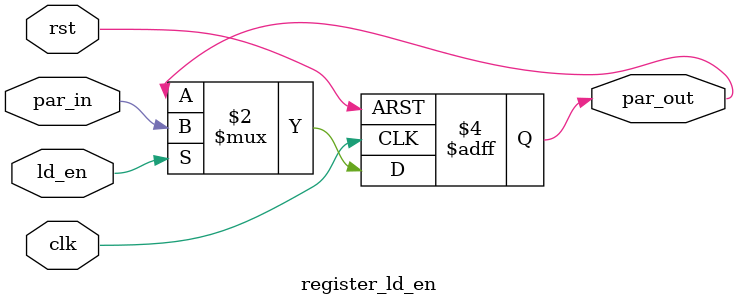
<source format=v>
module register_ld_en #(parameter WIDTH = 1) (clk, rst, par_in, ld_en, par_out);
    input clk, rst, ld_en;
    input[WIDTH-1:0] par_in;
    output reg[WIDTH-1:0] par_out;

    always @(posedge clk, posedge rst) begin
        if(rst)
            par_out <= 0;
        else if(ld_en)
            par_out <= par_in;
    end
endmodule
</source>
